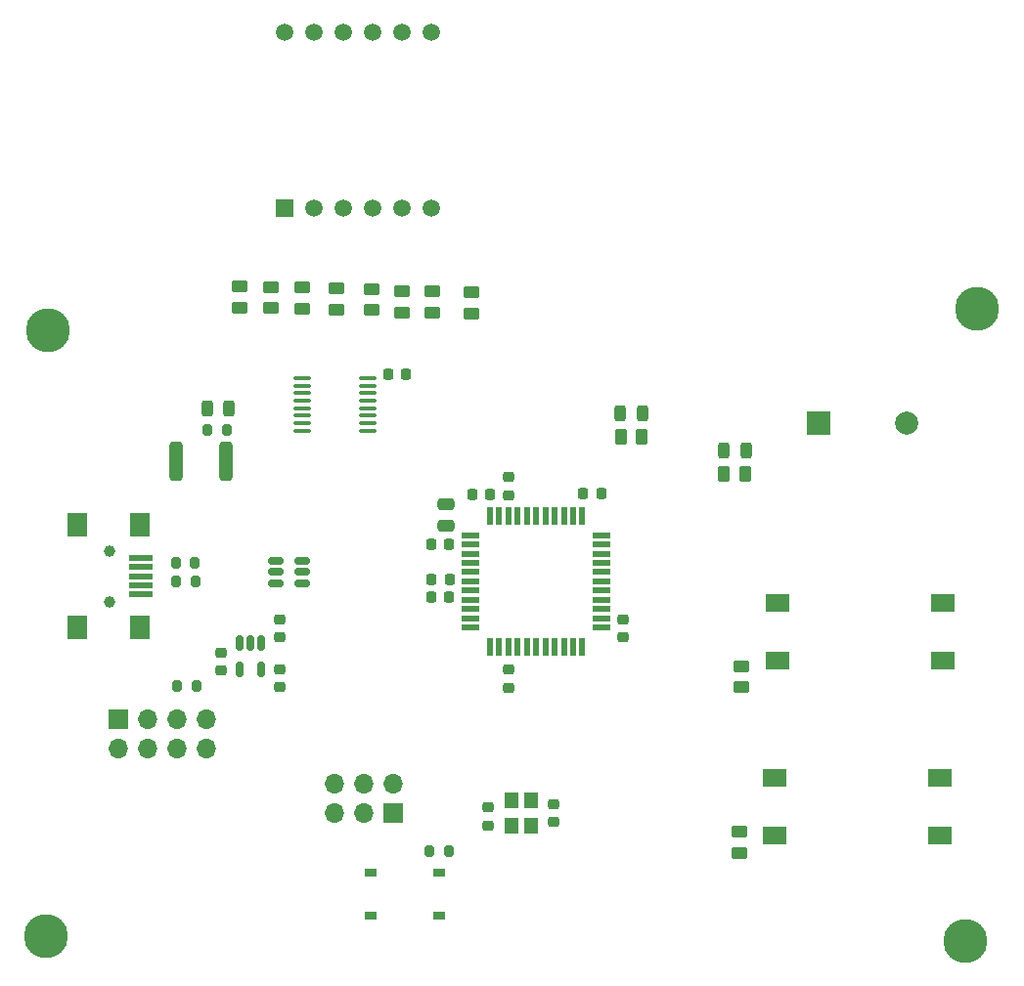
<source format=gbr>
%TF.GenerationSoftware,KiCad,Pcbnew,(7.0.0)*%
%TF.CreationDate,2023-04-20T18:13:23-06:00*%
%TF.ProjectId,Phase_B_ATMEGA_v3,50686173-655f-4425-9f41-544d4547415f,rev?*%
%TF.SameCoordinates,Original*%
%TF.FileFunction,Soldermask,Top*%
%TF.FilePolarity,Negative*%
%FSLAX46Y46*%
G04 Gerber Fmt 4.6, Leading zero omitted, Abs format (unit mm)*
G04 Created by KiCad (PCBNEW (7.0.0)) date 2023-04-20 18:13:23*
%MOMM*%
%LPD*%
G01*
G04 APERTURE LIST*
G04 Aperture macros list*
%AMRoundRect*
0 Rectangle with rounded corners*
0 $1 Rounding radius*
0 $2 $3 $4 $5 $6 $7 $8 $9 X,Y pos of 4 corners*
0 Add a 4 corners polygon primitive as box body*
4,1,4,$2,$3,$4,$5,$6,$7,$8,$9,$2,$3,0*
0 Add four circle primitives for the rounded corners*
1,1,$1+$1,$2,$3*
1,1,$1+$1,$4,$5*
1,1,$1+$1,$6,$7*
1,1,$1+$1,$8,$9*
0 Add four rect primitives between the rounded corners*
20,1,$1+$1,$2,$3,$4,$5,0*
20,1,$1+$1,$4,$5,$6,$7,0*
20,1,$1+$1,$6,$7,$8,$9,0*
20,1,$1+$1,$8,$9,$2,$3,0*%
G04 Aperture macros list end*
%ADD10C,3.800000*%
%ADD11RoundRect,0.250000X0.450000X-0.262500X0.450000X0.262500X-0.450000X0.262500X-0.450000X-0.262500X0*%
%ADD12RoundRect,0.250000X-0.262500X-0.450000X0.262500X-0.450000X0.262500X0.450000X-0.262500X0.450000X0*%
%ADD13C,1.000000*%
%ADD14R,2.000000X0.500000*%
%ADD15R,1.700000X2.000000*%
%ADD16RoundRect,0.225000X0.250000X-0.225000X0.250000X0.225000X-0.250000X0.225000X-0.250000X-0.225000X0*%
%ADD17RoundRect,0.250000X-0.450000X0.262500X-0.450000X-0.262500X0.450000X-0.262500X0.450000X0.262500X0*%
%ADD18RoundRect,0.225000X-0.250000X0.225000X-0.250000X-0.225000X0.250000X-0.225000X0.250000X0.225000X0*%
%ADD19RoundRect,0.250000X0.475000X-0.250000X0.475000X0.250000X-0.475000X0.250000X-0.475000X-0.250000X0*%
%ADD20R,2.000000X2.000000*%
%ADD21C,2.000000*%
%ADD22RoundRect,0.225000X0.225000X0.250000X-0.225000X0.250000X-0.225000X-0.250000X0.225000X-0.250000X0*%
%ADD23RoundRect,0.200000X0.200000X0.275000X-0.200000X0.275000X-0.200000X-0.275000X0.200000X-0.275000X0*%
%ADD24RoundRect,0.200000X-0.200000X-0.275000X0.200000X-0.275000X0.200000X0.275000X-0.200000X0.275000X0*%
%ADD25RoundRect,0.150000X-0.512500X-0.150000X0.512500X-0.150000X0.512500X0.150000X-0.512500X0.150000X0*%
%ADD26RoundRect,0.243750X0.243750X0.456250X-0.243750X0.456250X-0.243750X-0.456250X0.243750X-0.456250X0*%
%ADD27RoundRect,0.100000X-0.637500X-0.100000X0.637500X-0.100000X0.637500X0.100000X-0.637500X0.100000X0*%
%ADD28R,1.000000X0.700000*%
%ADD29RoundRect,0.150000X-0.150000X0.512500X-0.150000X-0.512500X0.150000X-0.512500X0.150000X0.512500X0*%
%ADD30R,1.200000X1.400000*%
%ADD31RoundRect,0.250000X-0.312500X-1.450000X0.312500X-1.450000X0.312500X1.450000X-0.312500X1.450000X0*%
%ADD32R,1.500000X0.550000*%
%ADD33R,0.550000X1.500000*%
%ADD34RoundRect,0.225000X-0.225000X-0.250000X0.225000X-0.250000X0.225000X0.250000X-0.225000X0.250000X0*%
%ADD35R,2.000000X1.500000*%
%ADD36R,1.700000X1.700000*%
%ADD37O,1.700000X1.700000*%
%ADD38R,1.500000X1.500000*%
%ADD39C,1.500000*%
%ADD40RoundRect,0.243750X-0.243750X-0.456250X0.243750X-0.456250X0.243750X0.456250X-0.243750X0.456250X0*%
G04 APERTURE END LIST*
D10*
%TO.C,REF\u002A\u002A*%
X206050000Y-120050000D03*
%TD*%
%TO.C,REF\u002A\u002A*%
X126500000Y-119625000D03*
%TD*%
%TO.C,REF\u002A\u002A*%
X207100000Y-65300000D03*
%TD*%
%TO.C,REF\u002A\u002A*%
X126600000Y-67200000D03*
%TD*%
D11*
%TO.C,R12*%
X159900000Y-65637500D03*
X159900000Y-63812500D03*
%TD*%
D12*
%TO.C,R4*%
X185175000Y-79600000D03*
X187000000Y-79600000D03*
%TD*%
D13*
%TO.C,J2*%
X132000000Y-86275000D03*
X132000000Y-90675000D03*
D14*
X134699999Y-86874999D03*
X134699999Y-87674999D03*
X134699999Y-88474999D03*
X134699999Y-89274999D03*
X134699999Y-90074999D03*
D15*
X134599999Y-84024999D03*
X129149999Y-84024999D03*
X134599999Y-92924999D03*
X129149999Y-92924999D03*
%TD*%
D16*
%TO.C,C12*%
X166525000Y-81450000D03*
X166525000Y-79900000D03*
%TD*%
D11*
%TO.C,R8*%
X148625000Y-65312500D03*
X148625000Y-63487500D03*
%TD*%
D17*
%TO.C,R2*%
X186525000Y-110625000D03*
X186525000Y-112450000D03*
%TD*%
D18*
%TO.C,C5*%
X176450000Y-92200000D03*
X176450000Y-93750000D03*
%TD*%
D19*
%TO.C,C8*%
X161100000Y-84125000D03*
X161100000Y-82225000D03*
%TD*%
D11*
%TO.C,R7*%
X154650000Y-65412500D03*
X154650000Y-63587500D03*
%TD*%
D20*
%TO.C,LS1*%
X193374999Y-75224999D03*
D21*
X200975000Y-75225000D03*
%TD*%
D22*
%TO.C,C6*%
X161375000Y-85675000D03*
X159825000Y-85675000D03*
%TD*%
D11*
%TO.C,R5*%
X163300000Y-65737500D03*
X163300000Y-63912500D03*
%TD*%
D23*
%TO.C,R16*%
X142100000Y-75775000D03*
X140450000Y-75775000D03*
%TD*%
D12*
%TO.C,R3*%
X176225000Y-76400000D03*
X178050000Y-76400000D03*
%TD*%
D24*
%TO.C,R14*%
X137750000Y-88925000D03*
X139400000Y-88925000D03*
%TD*%
D18*
%TO.C,C7*%
X166550000Y-96575000D03*
X166550000Y-98125000D03*
%TD*%
D25*
%TO.C,U4*%
X146375000Y-87175000D03*
X146375000Y-88125000D03*
X146375000Y-89075000D03*
X148650000Y-89075000D03*
X148650000Y-88125000D03*
X148650000Y-87175000D03*
%TD*%
D11*
%TO.C,R6*%
X151650000Y-65362500D03*
X151650000Y-63537500D03*
%TD*%
D22*
%TO.C,C10*%
X161375000Y-90250000D03*
X159825000Y-90250000D03*
%TD*%
D26*
%TO.C,D3*%
X142275000Y-73925000D03*
X140400000Y-73925000D03*
%TD*%
D23*
%TO.C,R13*%
X161350000Y-112300000D03*
X159700000Y-112300000D03*
%TD*%
D18*
%TO.C,C2*%
X170400000Y-108225000D03*
X170400000Y-109775000D03*
%TD*%
D27*
%TO.C,U2*%
X148625000Y-71325000D03*
X148625000Y-71975000D03*
X148625000Y-72625000D03*
X148625000Y-73275000D03*
X148625000Y-73925000D03*
X148625000Y-74575000D03*
X148625000Y-75225000D03*
X148625000Y-75875000D03*
X154350000Y-75875000D03*
X154350000Y-75225000D03*
X154350000Y-74575000D03*
X154350000Y-73925000D03*
X154350000Y-73275000D03*
X154350000Y-72625000D03*
X154350000Y-71975000D03*
X154350000Y-71325000D03*
%TD*%
D17*
%TO.C,R1*%
X186625000Y-96275000D03*
X186625000Y-98100000D03*
%TD*%
D28*
%TO.C,S3*%
X160537499Y-117849999D03*
X154537499Y-117849999D03*
X160537499Y-114149999D03*
X154537499Y-114149999D03*
%TD*%
D11*
%TO.C,R11*%
X157250000Y-65612500D03*
X157250000Y-63787500D03*
%TD*%
D29*
%TO.C,U5*%
X145125000Y-94237500D03*
X144175000Y-94237500D03*
X143225000Y-94237500D03*
X143225000Y-96512500D03*
X145125000Y-96512500D03*
%TD*%
D11*
%TO.C,R10*%
X143200000Y-65187500D03*
X143200000Y-63362500D03*
%TD*%
D30*
%TO.C,Y1*%
X168474999Y-110124999D03*
X168474999Y-107924999D03*
X166774999Y-107924999D03*
X166774999Y-110124999D03*
%TD*%
D22*
%TO.C,C9*%
X161400000Y-88725000D03*
X159850000Y-88725000D03*
%TD*%
D31*
%TO.C,F1*%
X137750000Y-78500000D03*
X142025000Y-78500000D03*
%TD*%
D32*
%TO.C,U3*%
X163199999Y-84924999D03*
X163199999Y-85724999D03*
X163199999Y-86524999D03*
X163199999Y-87324999D03*
X163199999Y-88124999D03*
X163199999Y-88924999D03*
X163199999Y-89724999D03*
X163199999Y-90524999D03*
X163199999Y-91324999D03*
X163199999Y-92124999D03*
X163199999Y-92924999D03*
D33*
X164899999Y-94624999D03*
X165699999Y-94624999D03*
X166499999Y-94624999D03*
X167299999Y-94624999D03*
X168099999Y-94624999D03*
X168899999Y-94624999D03*
X169699999Y-94624999D03*
X170499999Y-94624999D03*
X171299999Y-94624999D03*
X172099999Y-94624999D03*
X172899999Y-94624999D03*
D32*
X174599999Y-92924999D03*
X174599999Y-92124999D03*
X174599999Y-91324999D03*
X174599999Y-90524999D03*
X174599999Y-89724999D03*
X174599999Y-88924999D03*
X174599999Y-88124999D03*
X174599999Y-87324999D03*
X174599999Y-86524999D03*
X174599999Y-85724999D03*
X174599999Y-84924999D03*
D33*
X172899999Y-83224999D03*
X172099999Y-83224999D03*
X171299999Y-83224999D03*
X170499999Y-83224999D03*
X169699999Y-83224999D03*
X168899999Y-83224999D03*
X168099999Y-83224999D03*
X167299999Y-83224999D03*
X166499999Y-83224999D03*
X165699999Y-83224999D03*
X164899999Y-83224999D03*
%TD*%
D34*
%TO.C,C4*%
X172975000Y-81300000D03*
X174525000Y-81300000D03*
%TD*%
D35*
%TO.C,S2*%
X203874999Y-110924999D03*
X189574999Y-110924999D03*
X203874999Y-105924999D03*
X189574999Y-105924999D03*
%TD*%
D24*
%TO.C,R17*%
X137825000Y-98000000D03*
X139475000Y-98000000D03*
%TD*%
D36*
%TO.C,J1*%
X156524999Y-109039999D03*
D37*
X156524999Y-106499999D03*
X153984999Y-109039999D03*
X153984999Y-106499999D03*
X151444999Y-109039999D03*
X151444999Y-106499999D03*
%TD*%
D35*
%TO.C,S1*%
X204074999Y-95774999D03*
X189774999Y-95774999D03*
X204074999Y-90774999D03*
X189774999Y-90774999D03*
%TD*%
D38*
%TO.C,U1*%
X147099999Y-56552499D03*
D39*
X149640000Y-56552500D03*
X152180000Y-56552500D03*
X154720000Y-56552500D03*
X157260000Y-56552500D03*
X159800000Y-56552500D03*
X159800000Y-41312500D03*
X157260000Y-41312500D03*
X154720000Y-41312500D03*
X152180000Y-41312500D03*
X149640000Y-41312500D03*
X147100000Y-41312500D03*
%TD*%
D34*
%TO.C,C1*%
X156075000Y-70950000D03*
X157625000Y-70950000D03*
%TD*%
D40*
%TO.C,D1*%
X176200000Y-74350000D03*
X178075000Y-74350000D03*
%TD*%
D16*
%TO.C,C13*%
X146675000Y-93750000D03*
X146675000Y-92200000D03*
%TD*%
D11*
%TO.C,R9*%
X145950000Y-65262500D03*
X145950000Y-63437500D03*
%TD*%
D16*
%TO.C,C15*%
X141650000Y-96675000D03*
X141650000Y-95125000D03*
%TD*%
D18*
%TO.C,C3*%
X164725000Y-108525000D03*
X164725000Y-110075000D03*
%TD*%
D24*
%TO.C,R15*%
X137700000Y-87325000D03*
X139350000Y-87325000D03*
%TD*%
D36*
%TO.C,J3*%
X132754999Y-100834999D03*
D37*
X132754999Y-103374999D03*
X135294999Y-100834999D03*
X135294999Y-103374999D03*
X137834999Y-100834999D03*
X137834999Y-103374999D03*
X140374999Y-100834999D03*
X140374999Y-103374999D03*
%TD*%
D18*
%TO.C,C14*%
X146725000Y-96525000D03*
X146725000Y-98075000D03*
%TD*%
D22*
%TO.C,C11*%
X164925000Y-81375000D03*
X163375000Y-81375000D03*
%TD*%
D40*
%TO.C,D2*%
X185175000Y-77575000D03*
X187050000Y-77575000D03*
%TD*%
M02*

</source>
